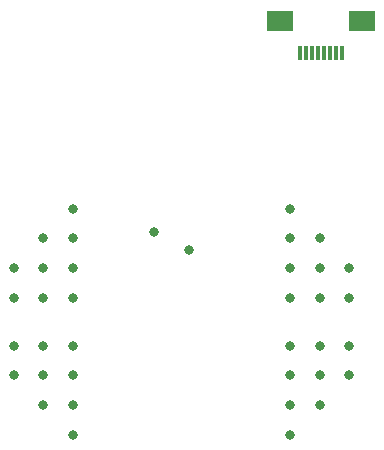
<source format=gtp>
G04*
G04 #@! TF.GenerationSoftware,Altium Limited,Altium Designer,20.0.13 (296)*
G04*
G04 Layer_Color=4671303*
%FSLAX44Y44*%
%MOMM*%
G71*
G01*
G75*
%ADD12R,0.3000X1.2500*%
%ADD13C,0.8000*%
%ADD14R,2.2000X1.7000*%
D12*
X135500Y4750D02*
D03*
X130500Y4750D02*
D03*
X125500Y4750D02*
D03*
X120500D02*
D03*
X115500D02*
D03*
X110500D02*
D03*
X105500Y4750D02*
D03*
X100500D02*
D03*
D13*
X6400Y-162600D02*
D03*
X-23600Y-146600D02*
D03*
X-142000Y-243500D02*
D03*
Y-268500D02*
D03*
X-117000Y-293500D02*
D03*
Y-268500D02*
D03*
Y-243500D02*
D03*
X-92000Y-268500D02*
D03*
Y-243500D02*
D03*
Y-293500D02*
D03*
Y-318500D02*
D03*
Y-127500D02*
D03*
Y-152500D02*
D03*
Y-202500D02*
D03*
Y-177500D02*
D03*
X-117000Y-202500D02*
D03*
Y-177500D02*
D03*
Y-152500D02*
D03*
X-142000Y-177500D02*
D03*
Y-202500D02*
D03*
X142000D02*
D03*
Y-177500D02*
D03*
X117000Y-152500D02*
D03*
Y-177500D02*
D03*
Y-202500D02*
D03*
X92000Y-177500D02*
D03*
Y-202500D02*
D03*
Y-152500D02*
D03*
Y-127500D02*
D03*
Y-318500D02*
D03*
Y-293500D02*
D03*
Y-243500D02*
D03*
Y-268500D02*
D03*
X117000Y-243500D02*
D03*
Y-268500D02*
D03*
Y-293500D02*
D03*
X142000Y-268500D02*
D03*
Y-243500D02*
D03*
D14*
X152500Y32000D02*
D03*
X83500Y32000D02*
D03*
M02*

</source>
